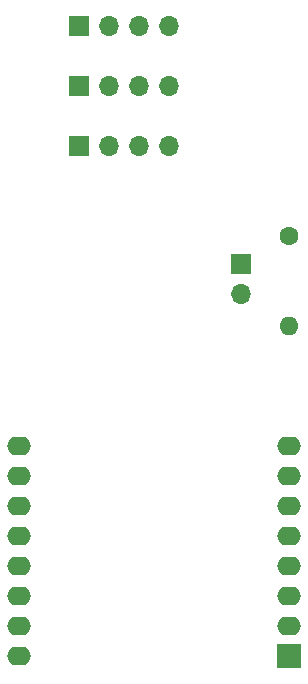
<source format=gbr>
%TF.GenerationSoftware,KiCad,Pcbnew,8.0.5*%
%TF.CreationDate,2024-11-16T19:04:17+01:00*%
%TF.ProjectId,esp8266-expansion-board,65737038-3236-4362-9d65-7870616e7369,rev?*%
%TF.SameCoordinates,Original*%
%TF.FileFunction,Soldermask,Bot*%
%TF.FilePolarity,Negative*%
%FSLAX46Y46*%
G04 Gerber Fmt 4.6, Leading zero omitted, Abs format (unit mm)*
G04 Created by KiCad (PCBNEW 8.0.5) date 2024-11-16 19:04:17*
%MOMM*%
%LPD*%
G01*
G04 APERTURE LIST*
%ADD10R,1.700000X1.700000*%
%ADD11O,1.700000X1.700000*%
%ADD12C,1.600000*%
%ADD13O,1.600000X1.600000*%
%ADD14R,2.000000X2.000000*%
%ADD15O,2.000000X1.600000*%
G04 APERTURE END LIST*
D10*
%TO.C,J9*%
X66040000Y-40293187D03*
D11*
X68580000Y-40293187D03*
X71120000Y-40293187D03*
X73660000Y-40293187D03*
%TD*%
D10*
%TO.C,J8*%
X66040000Y-45373187D03*
D11*
X68580000Y-45373187D03*
X71120000Y-45373187D03*
X73660000Y-45373187D03*
%TD*%
D10*
%TO.C,J7*%
X79751775Y-55367942D03*
D11*
X79751775Y-57907942D03*
%TD*%
D12*
%TO.C,R2*%
X83820000Y-52993187D03*
D13*
X83820000Y-60613187D03*
%TD*%
D10*
%TO.C,J10*%
X66040000Y-35213187D03*
D11*
X68580000Y-35213187D03*
X71120000Y-35213187D03*
X73660000Y-35213187D03*
%TD*%
D14*
%TO.C,U2*%
X83820000Y-88553187D03*
D15*
X83820000Y-86013187D03*
X83820000Y-83473187D03*
X83820000Y-80933187D03*
X83820000Y-78393187D03*
X83820000Y-75853187D03*
X83820000Y-73313187D03*
X83820000Y-70773187D03*
X60960000Y-70773187D03*
X60960000Y-73313187D03*
X60960000Y-75853187D03*
X60960000Y-78393187D03*
X60960000Y-80933187D03*
X60960000Y-83473187D03*
X60960000Y-86013187D03*
X60960000Y-88553187D03*
%TD*%
M02*

</source>
